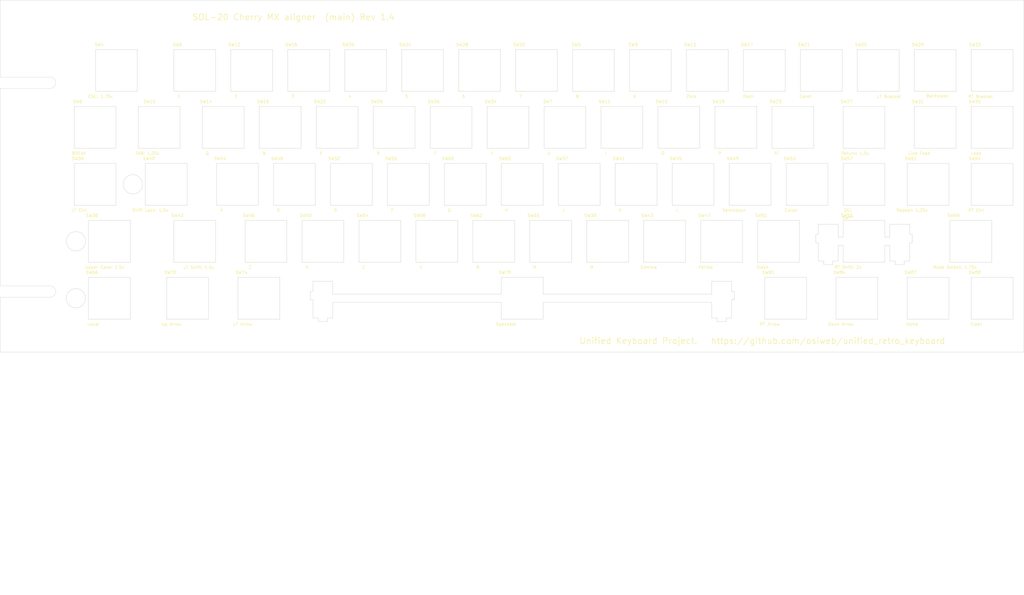
<source format=kicad_pcb>
(kicad_pcb (version 20171130) (host pcbnew "(5.1.5-0-10_14)")

  (general
    (thickness 1.6)
    (drawings 18)
    (tracks 0)
    (zones 0)
    (modules 75)
    (nets 1)
  )

  (page C)
  (title_block
    (title "Unified Retro Keyboard")
    (date 2019-08-25)
    (rev 1.1)
    (company OSIWeb.org)
    (comment 1 "Key aligner - Cherry (main)")
  )

  (layers
    (0 F.Cu signal)
    (31 B.Cu signal)
    (32 B.Adhes user)
    (33 F.Adhes user)
    (34 B.Paste user)
    (35 F.Paste user)
    (36 B.SilkS user)
    (37 F.SilkS user)
    (38 B.Mask user)
    (39 F.Mask user)
    (40 Dwgs.User user)
    (41 Cmts.User user)
    (42 Eco1.User user)
    (43 Eco2.User user)
    (44 Edge.Cuts user)
    (45 Margin user)
    (46 B.CrtYd user)
    (47 F.CrtYd user)
    (48 B.Fab user)
    (49 F.Fab user)
  )

  (setup
    (last_trace_width 0.254)
    (user_trace_width 0.254)
    (user_trace_width 0.508)
    (user_trace_width 1.27)
    (trace_clearance 0.2)
    (zone_clearance 0.508)
    (zone_45_only no)
    (trace_min 0.2)
    (via_size 0.8128)
    (via_drill 0.4064)
    (via_min_size 0.4)
    (via_min_drill 0.3)
    (user_via 1.27 0.7112)
    (uvia_size 0.3048)
    (uvia_drill 0.1016)
    (uvias_allowed no)
    (uvia_min_size 0.2)
    (uvia_min_drill 0.1)
    (edge_width 0.05)
    (segment_width 0.2)
    (pcb_text_width 0.3)
    (pcb_text_size 1.5 1.5)
    (mod_edge_width 0.12)
    (mod_text_size 1 1)
    (mod_text_width 0.15)
    (pad_size 3.81 3.81)
    (pad_drill 3.81)
    (pad_to_mask_clearance 0)
    (aux_axis_origin 61.4172 179.1081)
    (grid_origin 76.835 223.393)
    (visible_elements 7FFFEFFF)
    (pcbplotparams
      (layerselection 0x010fc_ffffffff)
      (usegerberextensions false)
      (usegerberattributes false)
      (usegerberadvancedattributes false)
      (creategerberjobfile false)
      (excludeedgelayer true)
      (linewidth 0.100000)
      (plotframeref false)
      (viasonmask false)
      (mode 1)
      (useauxorigin false)
      (hpglpennumber 1)
      (hpglpenspeed 20)
      (hpglpendiameter 15.000000)
      (psnegative false)
      (psa4output false)
      (plotreference true)
      (plotvalue true)
      (plotinvisibletext false)
      (padsonsilk false)
      (subtractmaskfromsilk false)
      (outputformat 1)
      (mirror false)
      (drillshape 0)
      (scaleselection 1)
      (outputdirectory "outputs"))
  )

  (net 0 "")

  (net_class Default "This is the default net class."
    (clearance 0.2)
    (trace_width 0.254)
    (via_dia 0.8128)
    (via_drill 0.4064)
    (uvia_dia 0.3048)
    (uvia_drill 0.1016)
    (diff_pair_width 0.2032)
    (diff_pair_gap 0.254)
  )

  (net_class power1 ""
    (clearance 0.254)
    (trace_width 1.27)
    (via_dia 1.27)
    (via_drill 0.7112)
    (uvia_dia 0.3048)
    (uvia_drill 0.1016)
    (diff_pair_width 0.2032)
    (diff_pair_gap 0.254)
  )

  (net_class signal ""
    (clearance 0.2032)
    (trace_width 0.254)
    (via_dia 0.8128)
    (via_drill 0.4064)
    (uvia_dia 0.3048)
    (uvia_drill 0.1016)
    (diff_pair_width 0.2032)
    (diff_pair_gap 0.254)
  )

  (module unikbd:MX_2u_aligner locked (layer F.Cu) (tedit 5E8CCCF3) (tstamp 5E12D3B8)
    (at 365.75238 187.74156)
    (path /5BC3E99D/5BC6D0C2)
    (fp_text reference SW55 (at -5.7912 -8.6106) (layer F.SilkS)
      (effects (font (size 1 1) (thickness 0.15)))
    )
    (fp_text value "RT Shift: 2x" (at -5.334 8.6614) (layer F.SilkS)
      (effects (font (size 1 1) (thickness 0.15)))
    )
    (fp_line (start 6.985 1.397) (end 8.6106 1.397) (layer Edge.Cuts) (width 0.12))
    (fp_line (start 6.985 -1.397) (end 8.6106 -1.397) (layer Edge.Cuts) (width 0.12))
    (fp_line (start -8.6106 -1.397) (end -6.985 -1.397) (layer Edge.Cuts) (width 0.12))
    (fp_line (start -8.6106 1.397) (end -6.985 1.397) (layer Edge.Cuts) (width 0.12))
    (fp_text user SW** (at -5.334 -7.874) (layer F.SilkS)
      (effects (font (size 1 1) (thickness 0.15)))
    )
    (fp_text user MX_space_aligner (at -0.6096 7.9248) (layer B.Fab)
      (effects (font (size 1 1) (thickness 0.15)))
    )
    (fp_line (start 15.2654 -5.6896) (end 15.2654 -2.286) (layer Edge.Cuts) (width 0.12))
    (fp_line (start 15.2654 -2.286) (end 16.129 -2.286) (layer Edge.Cuts) (width 0.12))
    (fp_line (start 16.129 -2.286) (end 16.129 0.508) (layer Edge.Cuts) (width 0.12))
    (fp_line (start 16.129 0.508) (end 15.2654 0.508) (layer Edge.Cuts) (width 0.12))
    (fp_line (start 15.2654 0.508) (end 15.2654 6.604) (layer Edge.Cuts) (width 0.12))
    (fp_line (start 15.2654 6.604) (end 13.462 6.604) (layer Edge.Cuts) (width 0.12))
    (fp_line (start 13.462 6.604) (end 13.462 7.7724) (layer Edge.Cuts) (width 0.12))
    (fp_line (start 6.985 -6.985) (end 6.985 -1.397) (layer Edge.Cuts) (width 0.12))
    (fp_line (start 8.6106 -5.6896) (end 15.2654 -5.6896) (layer Edge.Cuts) (width 0.12))
    (fp_line (start 8.6106 -1.397) (end 8.6106 -5.6896) (layer Edge.Cuts) (width 0.12))
    (fp_line (start 13.462 7.7724) (end 10.414 7.7724) (layer Edge.Cuts) (width 0.12))
    (fp_line (start 10.414 7.7724) (end 10.414 6.604) (layer Edge.Cuts) (width 0.12))
    (fp_line (start 10.414 6.604) (end 8.6106 6.604) (layer Edge.Cuts) (width 0.12))
    (fp_line (start 8.6106 6.604) (end 8.6106 1.397) (layer Edge.Cuts) (width 0.12))
    (fp_line (start 6.985 1.397) (end 6.985 6.985) (layer Edge.Cuts) (width 0.12))
    (fp_line (start 6.985 6.985) (end -6.985 6.985) (layer Edge.Cuts) (width 0.12))
    (fp_line (start -6.985 6.985) (end -6.985 1.397) (layer Edge.Cuts) (width 0.12))
    (fp_line (start -8.6106 1.397) (end -8.6106 6.604) (layer Edge.Cuts) (width 0.12))
    (fp_line (start -8.6106 6.604) (end -10.414 6.604) (layer Edge.Cuts) (width 0.12))
    (fp_line (start -10.414 6.604) (end -10.414 7.7724) (layer Edge.Cuts) (width 0.12))
    (fp_line (start -10.414 7.7724) (end -13.462 7.7724) (layer Edge.Cuts) (width 0.12))
    (fp_line (start -13.462 7.7724) (end -13.462 6.604) (layer Edge.Cuts) (width 0.12))
    (fp_line (start -13.462 6.604) (end -15.2654 6.604) (layer Edge.Cuts) (width 0.12))
    (fp_line (start -15.2654 6.604) (end -15.2654 0.508) (layer Edge.Cuts) (width 0.12))
    (fp_line (start -15.2654 0.508) (end -16.129 0.508) (layer Edge.Cuts) (width 0.12))
    (fp_line (start -16.129 0.508) (end -16.129 -2.286) (layer Edge.Cuts) (width 0.12))
    (fp_line (start -16.129 -2.286) (end -15.2654 -2.286) (layer Edge.Cuts) (width 0.12))
    (fp_line (start -15.2654 -2.286) (end -15.2654 -5.6896) (layer Edge.Cuts) (width 0.12))
    (fp_line (start -15.2654 -5.6896) (end -8.6106 -5.6896) (layer Edge.Cuts) (width 0.12))
    (fp_line (start -8.6106 -5.6896) (end -8.6106 -1.397) (layer Edge.Cuts) (width 0.12))
    (fp_line (start -6.985 -1.397) (end -6.985 -6.985) (layer Edge.Cuts) (width 0.12))
    (fp_line (start -6.985 -6.985) (end 6.985 -6.985) (layer Edge.Cuts) (width 0.12))
  )

  (module unikbd:Key_MX_Aligner locked (layer F.Cu) (tedit 5E75767C) (tstamp 5E12D408)
    (at 401.47113 187.74156)
    (path /5BC3E99D/5BC6D0C9)
    (fp_text reference SW59 (at -5.7912 -8.6106) (layer F.SilkS)
      (effects (font (size 1 1) (thickness 0.15)))
    )
    (fp_text value "Mode Select: 1.75x" (at -5.334 8.6614) (layer F.SilkS)
      (effects (font (size 1 1) (thickness 0.15)))
    )
    (fp_line (start -6.985 -6.985) (end -6.985 6.985) (layer Edge.Cuts) (width 0.12))
    (fp_line (start 6.985 6.985) (end 6.985 -6.985) (layer Edge.Cuts) (width 0.12))
    (fp_line (start -6.985 -6.985) (end 6.985 -6.985) (layer Edge.Cuts) (width 0.12))
    (fp_line (start -6.985 6.985) (end 6.985 6.985) (layer Edge.Cuts) (width 0.12))
  )

  (module unikbd:Key_MX_Aligner locked (layer F.Cu) (tedit 5E75767C) (tstamp 5E12D458)
    (at 251.45238 168.69156)
    (path /5BC3E99D/5BC3FF70)
    (fp_text reference SW63 (at -5.7912 -8.6106) (layer F.SilkS)
      (effects (font (size 1 1) (thickness 0.15)))
    )
    (fp_text value H (at -5.334 8.6614) (layer F.SilkS)
      (effects (font (size 1 1) (thickness 0.15)))
    )
    (fp_line (start -6.985 -6.985) (end -6.985 6.985) (layer Edge.Cuts) (width 0.12))
    (fp_line (start 6.985 6.985) (end 6.985 -6.985) (layer Edge.Cuts) (width 0.12))
    (fp_line (start -6.985 -6.985) (end 6.985 -6.985) (layer Edge.Cuts) (width 0.12))
    (fp_line (start -6.985 6.985) (end 6.985 6.985) (layer Edge.Cuts) (width 0.12))
  )

  (module unikbd:Key_MX_Aligner locked (layer F.Cu) (tedit 5E75767C) (tstamp 5E12D41C)
    (at 232.40238 168.69156)
    (path /5BC3E99D/5BC3FF77)
    (fp_text reference SW60 (at -5.7912 -8.6106) (layer F.SilkS)
      (effects (font (size 1 1) (thickness 0.15)))
    )
    (fp_text value G (at -5.334 8.6614) (layer F.SilkS)
      (effects (font (size 1 1) (thickness 0.15)))
    )
    (fp_line (start -6.985 -6.985) (end -6.985 6.985) (layer Edge.Cuts) (width 0.12))
    (fp_line (start 6.985 6.985) (end 6.985 -6.985) (layer Edge.Cuts) (width 0.12))
    (fp_line (start -6.985 -6.985) (end 6.985 -6.985) (layer Edge.Cuts) (width 0.12))
    (fp_line (start -6.985 6.985) (end 6.985 6.985) (layer Edge.Cuts) (width 0.12))
  )

  (module unikbd:Key_MX_Aligner locked (layer F.Cu) (tedit 5E75767C) (tstamp 5E12D430)
    (at 387.18363 168.69156)
    (path /5BC3E99D/5BC6CD87)
    (fp_text reference SW61 (at -5.7912 -8.6106) (layer F.SilkS)
      (effects (font (size 1 1) (thickness 0.15)))
    )
    (fp_text value "Repeat: 1.25x" (at -5.334 8.6614) (layer F.SilkS)
      (effects (font (size 1 1) (thickness 0.15)))
    )
    (fp_line (start -6.985 -6.985) (end -6.985 6.985) (layer Edge.Cuts) (width 0.12))
    (fp_line (start 6.985 6.985) (end 6.985 -6.985) (layer Edge.Cuts) (width 0.12))
    (fp_line (start -6.985 -6.985) (end 6.985 -6.985) (layer Edge.Cuts) (width 0.12))
    (fp_line (start -6.985 6.985) (end 6.985 6.985) (layer Edge.Cuts) (width 0.12))
  )

  (module unikbd:Key_MX_Aligner locked (layer F.Cu) (tedit 5E75767C) (tstamp 5E12D3CC)
    (at 213.35238 168.69156)
    (path /5BC3E99D/5BC3FF69)
    (fp_text reference SW56 (at -5.7912 -8.6106) (layer F.SilkS)
      (effects (font (size 1 1) (thickness 0.15)))
    )
    (fp_text value F (at -5.334 8.6614) (layer F.SilkS)
      (effects (font (size 1 1) (thickness 0.15)))
    )
    (fp_line (start -6.985 -6.985) (end -6.985 6.985) (layer Edge.Cuts) (width 0.12))
    (fp_line (start 6.985 6.985) (end 6.985 -6.985) (layer Edge.Cuts) (width 0.12))
    (fp_line (start -6.985 -6.985) (end 6.985 -6.985) (layer Edge.Cuts) (width 0.12))
    (fp_line (start -6.985 6.985) (end 6.985 6.985) (layer Edge.Cuts) (width 0.12))
  )

  (module unikbd:Key_MX_Aligner locked (layer F.Cu) (tedit 5E75767C) (tstamp 5E12D46C)
    (at 408.61488 168.69156)
    (path /5BC3E99D/5BC6CD80)
    (fp_text reference SW64 (at -5.7912 -8.6106) (layer F.SilkS)
      (effects (font (size 1 1) (thickness 0.15)))
    )
    (fp_text value "RT Ctrl" (at -5.334 8.6614) (layer F.SilkS)
      (effects (font (size 1 1) (thickness 0.15)))
    )
    (fp_line (start -6.985 -6.985) (end -6.985 6.985) (layer Edge.Cuts) (width 0.12))
    (fp_line (start 6.985 6.985) (end 6.985 -6.985) (layer Edge.Cuts) (width 0.12))
    (fp_line (start -6.985 -6.985) (end 6.985 -6.985) (layer Edge.Cuts) (width 0.12))
    (fp_line (start -6.985 6.985) (end 6.985 6.985) (layer Edge.Cuts) (width 0.12))
  )

  (module unikbd:Key_MX_Aligner locked (layer F.Cu) (tedit 5E75767C) (tstamp 5E12D250)
    (at 270.50238 168.69156)
    (path /5BC3E99D/5E1BE11F)
    (fp_text reference SW37 (at -5.7912 -8.6106) (layer F.SilkS)
      (effects (font (size 1 1) (thickness 0.15)))
    )
    (fp_text value J (at -5.334 8.6614) (layer F.SilkS)
      (effects (font (size 1 1) (thickness 0.15)))
    )
    (fp_line (start -6.985 -6.985) (end -6.985 6.985) (layer Edge.Cuts) (width 0.12))
    (fp_line (start 6.985 6.985) (end 6.985 -6.985) (layer Edge.Cuts) (width 0.12))
    (fp_line (start -6.985 -6.985) (end 6.985 -6.985) (layer Edge.Cuts) (width 0.12))
    (fp_line (start -6.985 6.985) (end 6.985 6.985) (layer Edge.Cuts) (width 0.12))
  )

  (module unikbd:Key_MX_Aligner locked (layer F.Cu) (tedit 5E75767C) (tstamp 5E12D28C)
    (at 132.38988 168.69156)
    (path /5BC3E99D/5BC3FD26)
    (fp_text reference SW40 (at -5.7912 -8.6106) (layer F.SilkS)
      (effects (font (size 1 1) (thickness 0.15)))
    )
    (fp_text value "Shift Lock: 1.5x" (at -5.334 8.6614) (layer F.SilkS)
      (effects (font (size 1 1) (thickness 0.15)))
    )
    (fp_line (start -6.985 -6.985) (end -6.985 6.985) (layer Edge.Cuts) (width 0.12))
    (fp_line (start 6.985 6.985) (end 6.985 -6.985) (layer Edge.Cuts) (width 0.12))
    (fp_line (start -6.985 -6.985) (end 6.985 -6.985) (layer Edge.Cuts) (width 0.12))
    (fp_line (start -6.985 6.985) (end 6.985 6.985) (layer Edge.Cuts) (width 0.12))
  )

  (module unikbd:Key_MX_Aligner locked (layer F.Cu) (tedit 5E75767C) (tstamp 5E12D2A0)
    (at 289.55238 168.69156)
    (path /5BC3E99D/5BC6CD5D)
    (fp_text reference SW41 (at -5.7912 -8.6106) (layer F.SilkS)
      (effects (font (size 1 1) (thickness 0.15)))
    )
    (fp_text value K (at -5.334 8.6614) (layer F.SilkS)
      (effects (font (size 1 1) (thickness 0.15)))
    )
    (fp_line (start -6.985 -6.985) (end -6.985 6.985) (layer Edge.Cuts) (width 0.12))
    (fp_line (start 6.985 6.985) (end 6.985 -6.985) (layer Edge.Cuts) (width 0.12))
    (fp_line (start -6.985 -6.985) (end 6.985 -6.985) (layer Edge.Cuts) (width 0.12))
    (fp_line (start -6.985 6.985) (end 6.985 6.985) (layer Edge.Cuts) (width 0.12))
  )

  (module unikbd:Key_MX_Aligner locked (layer F.Cu) (tedit 5E75767C) (tstamp 5E12D2DC)
    (at 156.20238 168.69156)
    (path /5BC3E99D/5BC3FE57)
    (fp_text reference SW44 (at -5.7912 -8.6106) (layer F.SilkS)
      (effects (font (size 1 1) (thickness 0.15)))
    )
    (fp_text value A (at -5.334 8.6614) (layer F.SilkS)
      (effects (font (size 1 1) (thickness 0.15)))
    )
    (fp_line (start -6.985 -6.985) (end -6.985 6.985) (layer Edge.Cuts) (width 0.12))
    (fp_line (start 6.985 6.985) (end 6.985 -6.985) (layer Edge.Cuts) (width 0.12))
    (fp_line (start -6.985 -6.985) (end 6.985 -6.985) (layer Edge.Cuts) (width 0.12))
    (fp_line (start -6.985 6.985) (end 6.985 6.985) (layer Edge.Cuts) (width 0.12))
  )

  (module unikbd:Key_MX_Aligner locked (layer F.Cu) (tedit 5E75767C) (tstamp 5E12D2F0)
    (at 308.60238 168.69156)
    (path /5BC3E99D/5BC6CD6B)
    (fp_text reference SW45 (at -5.7912 -8.6106) (layer F.SilkS)
      (effects (font (size 1 1) (thickness 0.15)))
    )
    (fp_text value L (at -5.334 8.6614) (layer F.SilkS)
      (effects (font (size 1 1) (thickness 0.15)))
    )
    (fp_line (start -6.985 -6.985) (end -6.985 6.985) (layer Edge.Cuts) (width 0.12))
    (fp_line (start 6.985 6.985) (end 6.985 -6.985) (layer Edge.Cuts) (width 0.12))
    (fp_line (start -6.985 -6.985) (end 6.985 -6.985) (layer Edge.Cuts) (width 0.12))
    (fp_line (start -6.985 6.985) (end 6.985 6.985) (layer Edge.Cuts) (width 0.12))
  )

  (module unikbd:Key_MX_Aligner locked (layer F.Cu) (tedit 5E75767C) (tstamp 5E12D32C)
    (at 175.25238 168.69156)
    (path /5BC3E99D/5E1BE11D)
    (fp_text reference SW48 (at -5.7912 -8.6106) (layer F.SilkS)
      (effects (font (size 1 1) (thickness 0.15)))
    )
    (fp_text value S (at -5.334 8.6614) (layer F.SilkS)
      (effects (font (size 1 1) (thickness 0.15)))
    )
    (fp_line (start -6.985 -6.985) (end -6.985 6.985) (layer Edge.Cuts) (width 0.12))
    (fp_line (start 6.985 6.985) (end 6.985 -6.985) (layer Edge.Cuts) (width 0.12))
    (fp_line (start -6.985 -6.985) (end 6.985 -6.985) (layer Edge.Cuts) (width 0.12))
    (fp_line (start -6.985 6.985) (end 6.985 6.985) (layer Edge.Cuts) (width 0.12))
  )

  (module unikbd:Key_MX_Aligner locked (layer F.Cu) (tedit 5E75767C) (tstamp 5E12D340)
    (at 327.65238 168.69156)
    (path /5BC3E99D/5BC6CD64)
    (fp_text reference SW49 (at -5.7912 -8.6106) (layer F.SilkS)
      (effects (font (size 1 1) (thickness 0.15)))
    )
    (fp_text value Semicolon (at -5.334 8.6614) (layer F.SilkS)
      (effects (font (size 1 1) (thickness 0.15)))
    )
    (fp_line (start -6.985 -6.985) (end -6.985 6.985) (layer Edge.Cuts) (width 0.12))
    (fp_line (start 6.985 6.985) (end 6.985 -6.985) (layer Edge.Cuts) (width 0.12))
    (fp_line (start -6.985 -6.985) (end 6.985 -6.985) (layer Edge.Cuts) (width 0.12))
    (fp_line (start -6.985 6.985) (end 6.985 6.985) (layer Edge.Cuts) (width 0.12))
  )

  (module unikbd:Key_MX_Aligner locked (layer F.Cu) (tedit 5E75767C) (tstamp 5E12D37C)
    (at 194.30238 168.69156)
    (path /5BC3E99D/5E0AC938)
    (fp_text reference SW52 (at -5.7912 -8.6106) (layer F.SilkS)
      (effects (font (size 1 1) (thickness 0.15)))
    )
    (fp_text value D (at -5.334 8.6614) (layer F.SilkS)
      (effects (font (size 1 1) (thickness 0.15)))
    )
    (fp_line (start -6.985 -6.985) (end -6.985 6.985) (layer Edge.Cuts) (width 0.12))
    (fp_line (start 6.985 6.985) (end 6.985 -6.985) (layer Edge.Cuts) (width 0.12))
    (fp_line (start -6.985 -6.985) (end 6.985 -6.985) (layer Edge.Cuts) (width 0.12))
    (fp_line (start -6.985 6.985) (end 6.985 6.985) (layer Edge.Cuts) (width 0.12))
  )

  (module unikbd:Key_MX_Aligner locked (layer F.Cu) (tedit 5E75767C) (tstamp 5E12D390)
    (at 346.70238 168.69156)
    (path /5BC3E99D/5BC6CD72)
    (fp_text reference SW53 (at -5.7912 -8.6106) (layer F.SilkS)
      (effects (font (size 1 1) (thickness 0.15)))
    )
    (fp_text value Colon (at -5.334 8.6614) (layer F.SilkS)
      (effects (font (size 1 1) (thickness 0.15)))
    )
    (fp_line (start -6.985 -6.985) (end -6.985 6.985) (layer Edge.Cuts) (width 0.12))
    (fp_line (start 6.985 6.985) (end 6.985 -6.985) (layer Edge.Cuts) (width 0.12))
    (fp_line (start -6.985 -6.985) (end 6.985 -6.985) (layer Edge.Cuts) (width 0.12))
    (fp_line (start -6.985 6.985) (end 6.985 6.985) (layer Edge.Cuts) (width 0.12))
  )

  (module unikbd:Key_MX_Aligner locked (layer F.Cu) (tedit 5E75767C) (tstamp 5E12D3E0)
    (at 365.75238 168.69156)
    (path /5BC3E99D/5BC6CD79)
    (fp_text reference SW57 (at -5.7912 -8.6106) (layer F.SilkS)
      (effects (font (size 1 1) (thickness 0.15)))
    )
    (fp_text value DEL (at -5.334 8.6614) (layer F.SilkS)
      (effects (font (size 1 1) (thickness 0.15)))
    )
    (fp_line (start -6.985 -6.985) (end -6.985 6.985) (layer Edge.Cuts) (width 0.12))
    (fp_line (start 6.985 6.985) (end 6.985 -6.985) (layer Edge.Cuts) (width 0.12))
    (fp_line (start -6.985 -6.985) (end 6.985 -6.985) (layer Edge.Cuts) (width 0.12))
    (fp_line (start -6.985 6.985) (end 6.985 6.985) (layer Edge.Cuts) (width 0.12))
  )

  (module unikbd:Key_MX_Aligner locked (layer F.Cu) (tedit 5E75767C) (tstamp 5E12D3A4)
    (at 203.82738 187.74156)
    (path /5BC3E99D/5BC6CEF2)
    (fp_text reference SW54 (at -5.7912 -8.6106) (layer F.SilkS)
      (effects (font (size 1 1) (thickness 0.15)))
    )
    (fp_text value C (at -5.334 8.6614) (layer F.SilkS)
      (effects (font (size 1 1) (thickness 0.15)))
    )
    (fp_line (start -6.985 -6.985) (end -6.985 6.985) (layer Edge.Cuts) (width 0.12))
    (fp_line (start 6.985 6.985) (end 6.985 -6.985) (layer Edge.Cuts) (width 0.12))
    (fp_line (start -6.985 -6.985) (end 6.985 -6.985) (layer Edge.Cuts) (width 0.12))
    (fp_line (start -6.985 6.985) (end 6.985 6.985) (layer Edge.Cuts) (width 0.12))
  )

  (module unikbd:Key_MX_Aligner locked (layer F.Cu) (tedit 5E75767C) (tstamp 5E6EC726)
    (at 163.34613 206.79156)
    (path /5E16AC8E/5E1BE0F6)
    (fp_text reference SW74 (at -5.7912 -8.6106) (layer F.SilkS)
      (effects (font (size 1 1) (thickness 0.15)))
    )
    (fp_text value "LT Arrow" (at -5.334 8.6614) (layer F.SilkS)
      (effects (font (size 1 1) (thickness 0.15)))
    )
    (fp_line (start -6.985 -6.985) (end -6.985 6.985) (layer Edge.Cuts) (width 0.12))
    (fp_line (start 6.985 6.985) (end 6.985 -6.985) (layer Edge.Cuts) (width 0.12))
    (fp_line (start -6.985 -6.985) (end 6.985 -6.985) (layer Edge.Cuts) (width 0.12))
    (fp_line (start -6.985 6.985) (end 6.985 6.985) (layer Edge.Cuts) (width 0.12))
  )

  (module unikbd:Key_MX_Aligner locked (layer F.Cu) (tedit 5E75767C) (tstamp 5E12D1C4)
    (at 227.63988 149.64156)
    (path /5BC3EA0A/5BCAF420)
    (fp_text reference SW30 (at -5.7912 -8.6106) (layer F.SilkS)
      (effects (font (size 1 1) (thickness 0.15)))
    )
    (fp_text value T (at -5.334 8.6614) (layer F.SilkS)
      (effects (font (size 1 1) (thickness 0.15)))
    )
    (fp_line (start -6.985 -6.985) (end -6.985 6.985) (layer Edge.Cuts) (width 0.12))
    (fp_line (start 6.985 6.985) (end 6.985 -6.985) (layer Edge.Cuts) (width 0.12))
    (fp_line (start -6.985 -6.985) (end 6.985 -6.985) (layer Edge.Cuts) (width 0.12))
    (fp_line (start -6.985 6.985) (end 6.985 6.985) (layer Edge.Cuts) (width 0.12))
  )

  (module unikbd:Key_MX_Aligner locked (layer F.Cu) (tedit 5E75767C) (tstamp 5E12D64C)
    (at 408.61488 206.79156)
    (path /5E16AC8E/5E1BE0F8)
    (fp_text reference SW88 (at -5.7912 -8.6106) (layer F.SilkS)
      (effects (font (size 1 1) (thickness 0.15)))
    )
    (fp_text value Clear (at -5.334 8.6614) (layer F.SilkS)
      (effects (font (size 1 1) (thickness 0.15)))
    )
    (fp_line (start -6.985 -6.985) (end -6.985 6.985) (layer Edge.Cuts) (width 0.12))
    (fp_line (start 6.985 6.985) (end 6.985 -6.985) (layer Edge.Cuts) (width 0.12))
    (fp_line (start -6.985 -6.985) (end 6.985 -6.985) (layer Edge.Cuts) (width 0.12))
    (fp_line (start -6.985 6.985) (end 6.985 6.985) (layer Edge.Cuts) (width 0.12))
  )

  (module unikbd:Key_MX_Aligner locked (layer F.Cu) (tedit 5E75767C) (tstamp 5E12D638)
    (at 387.18363 206.79156)
    (path /5E16AC8E/5E1BE0F9)
    (fp_text reference SW87 (at -5.7912 -8.6106) (layer F.SilkS)
      (effects (font (size 1 1) (thickness 0.15)))
    )
    (fp_text value Home (at -5.334 8.6614) (layer F.SilkS)
      (effects (font (size 1 1) (thickness 0.15)))
    )
    (fp_line (start -6.985 -6.985) (end -6.985 6.985) (layer Edge.Cuts) (width 0.12))
    (fp_line (start 6.985 6.985) (end 6.985 -6.985) (layer Edge.Cuts) (width 0.12))
    (fp_line (start -6.985 -6.985) (end 6.985 -6.985) (layer Edge.Cuts) (width 0.12))
    (fp_line (start -6.985 6.985) (end 6.985 6.985) (layer Edge.Cuts) (width 0.12))
  )

  (module unikbd:Key_MX_Aligner locked (layer F.Cu) (tedit 5E75767C) (tstamp 5E12D5FC)
    (at 363.37113 206.79156)
    (path /5E16AC8E/5E1BE0F7)
    (fp_text reference SW84 (at -5.7912 -8.6106) (layer F.SilkS)
      (effects (font (size 1 1) (thickness 0.15)))
    )
    (fp_text value "Down Arrow" (at -5.334 8.6614) (layer F.SilkS)
      (effects (font (size 1 1) (thickness 0.15)))
    )
    (fp_line (start -6.985 -6.985) (end -6.985 6.985) (layer Edge.Cuts) (width 0.12))
    (fp_line (start 6.985 6.985) (end 6.985 -6.985) (layer Edge.Cuts) (width 0.12))
    (fp_line (start -6.985 -6.985) (end 6.985 -6.985) (layer Edge.Cuts) (width 0.12))
    (fp_line (start -6.985 6.985) (end 6.985 6.985) (layer Edge.Cuts) (width 0.12))
  )

  (module unikbd:Key_MX_Aligner locked (layer F.Cu) (tedit 5E75767C) (tstamp 5E10B4C4)
    (at 339.55863 206.79156)
    (path /5E16AC8E/5E1BE119)
    (fp_text reference SW81 (at -5.7912 -8.6106) (layer F.SilkS)
      (effects (font (size 1 1) (thickness 0.15)))
    )
    (fp_text value "RT Arrow" (at -5.334 8.6614) (layer F.SilkS)
      (effects (font (size 1 1) (thickness 0.15)))
    )
    (fp_line (start -6.985 -6.985) (end -6.985 6.985) (layer Edge.Cuts) (width 0.12))
    (fp_line (start 6.985 6.985) (end 6.985 -6.985) (layer Edge.Cuts) (width 0.12))
    (fp_line (start -6.985 -6.985) (end 6.985 -6.985) (layer Edge.Cuts) (width 0.12))
    (fp_line (start -6.985 6.985) (end 6.985 6.985) (layer Edge.Cuts) (width 0.12))
  )

  (module unikbd:Key_MX_Aligner locked (layer F.Cu) (tedit 5E75767C) (tstamp 5E12D4E4)
    (at 139.53363 206.79156)
    (path /5E16AC8E/5E1BE0F5)
    (fp_text reference SW70 (at -5.7912 -8.6106) (layer F.SilkS)
      (effects (font (size 1 1) (thickness 0.15)))
    )
    (fp_text value "Up Arrow" (at -5.334 8.6614) (layer F.SilkS)
      (effects (font (size 1 1) (thickness 0.15)))
    )
    (fp_line (start -6.985 -6.985) (end -6.985 6.985) (layer Edge.Cuts) (width 0.12))
    (fp_line (start 6.985 6.985) (end 6.985 -6.985) (layer Edge.Cuts) (width 0.12))
    (fp_line (start -6.985 -6.985) (end 6.985 -6.985) (layer Edge.Cuts) (width 0.12))
    (fp_line (start -6.985 6.985) (end 6.985 6.985) (layer Edge.Cuts) (width 0.12))
  )

  (module unikbd:Key_MX_Aligner locked (layer F.Cu) (tedit 5E75767C) (tstamp 5E12D494)
    (at 113.33988 206.79156)
    (path /5E16AC8E/5E12EFC1)
    (fp_text reference SW66 (at -5.7912 -8.6106) (layer F.SilkS)
      (effects (font (size 1 1) (thickness 0.15)))
    )
    (fp_text value Local (at -5.334 8.6614) (layer F.SilkS)
      (effects (font (size 1 1) (thickness 0.15)))
    )
    (fp_line (start -6.985 -6.985) (end -6.985 6.985) (layer Edge.Cuts) (width 0.12))
    (fp_line (start 6.985 6.985) (end 6.985 -6.985) (layer Edge.Cuts) (width 0.12))
    (fp_line (start -6.985 -6.985) (end 6.985 -6.985) (layer Edge.Cuts) (width 0.12))
    (fp_line (start -6.985 6.985) (end 6.985 6.985) (layer Edge.Cuts) (width 0.12))
  )

  (module unikbd:Key_MX_Aligner locked (layer F.Cu) (tedit 5E75767C) (tstamp 5E12D480)
    (at 260.97738 187.74156)
    (path /5BC3E99D/5BC6CF00)
    (fp_text reference SW65 (at -5.7912 -8.6106) (layer F.SilkS)
      (effects (font (size 1 1) (thickness 0.15)))
    )
    (fp_text value N (at -5.334 8.6614) (layer F.SilkS)
      (effects (font (size 1 1) (thickness 0.15)))
    )
    (fp_line (start -6.985 -6.985) (end -6.985 6.985) (layer Edge.Cuts) (width 0.12))
    (fp_line (start 6.985 6.985) (end 6.985 -6.985) (layer Edge.Cuts) (width 0.12))
    (fp_line (start -6.985 -6.985) (end 6.985 -6.985) (layer Edge.Cuts) (width 0.12))
    (fp_line (start -6.985 6.985) (end 6.985 6.985) (layer Edge.Cuts) (width 0.12))
  )

  (module unikbd:Key_MX_Aligner locked (layer F.Cu) (tedit 5E75767C) (tstamp 5E12D444)
    (at 241.92738 187.74156)
    (path /5BC3E99D/5BC6CF07)
    (fp_text reference SW62 (at -5.7912 -8.6106) (layer F.SilkS)
      (effects (font (size 1 1) (thickness 0.15)))
    )
    (fp_text value B (at -5.334 8.6614) (layer F.SilkS)
      (effects (font (size 1 1) (thickness 0.15)))
    )
    (fp_line (start -6.985 -6.985) (end -6.985 6.985) (layer Edge.Cuts) (width 0.12))
    (fp_line (start 6.985 6.985) (end 6.985 -6.985) (layer Edge.Cuts) (width 0.12))
    (fp_line (start -6.985 -6.985) (end 6.985 -6.985) (layer Edge.Cuts) (width 0.12))
    (fp_line (start -6.985 6.985) (end 6.985 6.985) (layer Edge.Cuts) (width 0.12))
  )

  (module unikbd:Key_MX_Aligner locked (layer F.Cu) (tedit 5E75767C) (tstamp 5E12D3F4)
    (at 222.87738 187.74156)
    (path /5BC3E99D/5BC6CEF9)
    (fp_text reference SW58 (at -5.7912 -8.6106) (layer F.SilkS)
      (effects (font (size 1 1) (thickness 0.15)))
    )
    (fp_text value V (at -5.334 8.6614) (layer F.SilkS)
      (effects (font (size 1 1) (thickness 0.15)))
    )
    (fp_line (start -6.985 -6.985) (end -6.985 6.985) (layer Edge.Cuts) (width 0.12))
    (fp_line (start 6.985 6.985) (end 6.985 -6.985) (layer Edge.Cuts) (width 0.12))
    (fp_line (start -6.985 -6.985) (end 6.985 -6.985) (layer Edge.Cuts) (width 0.12))
    (fp_line (start -6.985 6.985) (end 6.985 6.985) (layer Edge.Cuts) (width 0.12))
  )

  (module unikbd:Key_MX_Aligner locked (layer F.Cu) (tedit 5E75767C) (tstamp 5E12D368)
    (at 337.17738 187.74156)
    (path /5BC3E99D/5BC6D0B4)
    (fp_text reference SW51 (at -5.7912 -8.6106) (layer F.SilkS)
      (effects (font (size 1 1) (thickness 0.15)))
    )
    (fp_text value Slash (at -5.334 8.6614) (layer F.SilkS)
      (effects (font (size 1 1) (thickness 0.15)))
    )
    (fp_line (start -6.985 -6.985) (end -6.985 6.985) (layer Edge.Cuts) (width 0.12))
    (fp_line (start 6.985 6.985) (end 6.985 -6.985) (layer Edge.Cuts) (width 0.12))
    (fp_line (start -6.985 -6.985) (end 6.985 -6.985) (layer Edge.Cuts) (width 0.12))
    (fp_line (start -6.985 6.985) (end 6.985 6.985) (layer Edge.Cuts) (width 0.12))
  )

  (module unikbd:Key_MX_Aligner locked (layer F.Cu) (tedit 5E75767C) (tstamp 5E12D354)
    (at 184.77738 187.74156)
    (path /5BC3E99D/5BC6CEE4)
    (fp_text reference SW50 (at -5.7912 -8.6106) (layer F.SilkS)
      (effects (font (size 1 1) (thickness 0.15)))
    )
    (fp_text value X (at -5.334 8.6614) (layer F.SilkS)
      (effects (font (size 1 1) (thickness 0.15)))
    )
    (fp_line (start -6.985 -6.985) (end -6.985 6.985) (layer Edge.Cuts) (width 0.12))
    (fp_line (start 6.985 6.985) (end 6.985 -6.985) (layer Edge.Cuts) (width 0.12))
    (fp_line (start -6.985 -6.985) (end 6.985 -6.985) (layer Edge.Cuts) (width 0.12))
    (fp_line (start -6.985 6.985) (end 6.985 6.985) (layer Edge.Cuts) (width 0.12))
  )

  (module unikbd:Key_MX_Aligner locked (layer F.Cu) (tedit 5E75767C) (tstamp 5E12D318)
    (at 318.12738 187.74156)
    (path /5BC3E99D/5BC6D0BB)
    (fp_text reference SW47 (at -5.7912 -8.6106) (layer F.SilkS)
      (effects (font (size 1 1) (thickness 0.15)))
    )
    (fp_text value Period (at -5.334 8.6614) (layer F.SilkS)
      (effects (font (size 1 1) (thickness 0.15)))
    )
    (fp_line (start -6.985 -6.985) (end -6.985 6.985) (layer Edge.Cuts) (width 0.12))
    (fp_line (start 6.985 6.985) (end 6.985 -6.985) (layer Edge.Cuts) (width 0.12))
    (fp_line (start -6.985 -6.985) (end 6.985 -6.985) (layer Edge.Cuts) (width 0.12))
    (fp_line (start -6.985 6.985) (end 6.985 6.985) (layer Edge.Cuts) (width 0.12))
  )

  (module unikbd:Key_MX_Aligner locked (layer F.Cu) (tedit 5E75767C) (tstamp 5E12D304)
    (at 165.72738 187.74156)
    (path /5BC3E99D/5BC6CEEB)
    (fp_text reference SW46 (at -5.7912 -8.6106) (layer F.SilkS)
      (effects (font (size 1 1) (thickness 0.15)))
    )
    (fp_text value Z (at -5.334 8.6614) (layer F.SilkS)
      (effects (font (size 1 1) (thickness 0.15)))
    )
    (fp_line (start -6.985 -6.985) (end -6.985 6.985) (layer Edge.Cuts) (width 0.12))
    (fp_line (start 6.985 6.985) (end 6.985 -6.985) (layer Edge.Cuts) (width 0.12))
    (fp_line (start -6.985 -6.985) (end 6.985 -6.985) (layer Edge.Cuts) (width 0.12))
    (fp_line (start -6.985 6.985) (end 6.985 6.985) (layer Edge.Cuts) (width 0.12))
  )

  (module unikbd:Key_MX_Aligner locked (layer F.Cu) (tedit 5E75767C) (tstamp 5E12D2C8)
    (at 299.07738 187.74156)
    (path /5BC3E99D/5E1BE115)
    (fp_text reference SW43 (at -5.7912 -8.6106) (layer F.SilkS)
      (effects (font (size 1 1) (thickness 0.15)))
    )
    (fp_text value Comma (at -5.334 8.6614) (layer F.SilkS)
      (effects (font (size 1 1) (thickness 0.15)))
    )
    (fp_line (start -6.985 -6.985) (end -6.985 6.985) (layer Edge.Cuts) (width 0.12))
    (fp_line (start 6.985 6.985) (end 6.985 -6.985) (layer Edge.Cuts) (width 0.12))
    (fp_line (start -6.985 -6.985) (end 6.985 -6.985) (layer Edge.Cuts) (width 0.12))
    (fp_line (start -6.985 6.985) (end 6.985 6.985) (layer Edge.Cuts) (width 0.12))
  )

  (module unikbd:Key_MX_Aligner locked (layer F.Cu) (tedit 5E75767C) (tstamp 5E10B192)
    (at 141.91488 187.74156)
    (path /5BC3E99D/5BC6CEDD)
    (fp_text reference SW42 (at -5.7912 -8.6106) (layer F.SilkS)
      (effects (font (size 1 1) (thickness 0.15)))
    )
    (fp_text value "LT Shift: 1.5x" (at 1.36652 8.75284) (layer F.SilkS)
      (effects (font (size 1 1) (thickness 0.15)))
    )
    (fp_line (start -6.985 -6.985) (end -6.985 6.985) (layer Edge.Cuts) (width 0.12))
    (fp_line (start 6.985 6.985) (end 6.985 -6.985) (layer Edge.Cuts) (width 0.12))
    (fp_line (start -6.985 -6.985) (end 6.985 -6.985) (layer Edge.Cuts) (width 0.12))
    (fp_line (start -6.985 6.985) (end 6.985 6.985) (layer Edge.Cuts) (width 0.12))
  )

  (module unikbd:Key_MX_Aligner locked (layer F.Cu) (tedit 5E75767C) (tstamp 5E12D264)
    (at 113.33988 187.74156)
    (path /5BC3E99D/5BC6CED6)
    (fp_text reference SW38 (at -5.7912 -8.6106) (layer F.SilkS)
      (effects (font (size 1 1) (thickness 0.15)))
    )
    (fp_text value "Upper Case: 1.5x" (at -1.55448 8.6614) (layer F.SilkS)
      (effects (font (size 1 1) (thickness 0.15)))
    )
    (fp_line (start -6.985 -6.985) (end -6.985 6.985) (layer Edge.Cuts) (width 0.12))
    (fp_line (start 6.985 6.985) (end 6.985 -6.985) (layer Edge.Cuts) (width 0.12))
    (fp_line (start -6.985 -6.985) (end 6.985 -6.985) (layer Edge.Cuts) (width 0.12))
    (fp_line (start -6.985 6.985) (end 6.985 6.985) (layer Edge.Cuts) (width 0.12))
  )

  (module unikbd:Key_MX_Aligner locked (layer F.Cu) (tedit 5E75767C) (tstamp 5E12D23C)
    (at 108.57738 168.69156)
    (path /5BC3E99D/5E1BE11B)
    (fp_text reference SW36 (at -5.7912 -8.6106) (layer F.SilkS)
      (effects (font (size 1 1) (thickness 0.15)))
    )
    (fp_text value "LT Ctrl" (at -5.334 8.6614) (layer F.SilkS)
      (effects (font (size 1 1) (thickness 0.15)))
    )
    (fp_line (start -6.985 -6.985) (end -6.985 6.985) (layer Edge.Cuts) (width 0.12))
    (fp_line (start 6.985 6.985) (end 6.985 -6.985) (layer Edge.Cuts) (width 0.12))
    (fp_line (start -6.985 -6.985) (end 6.985 -6.985) (layer Edge.Cuts) (width 0.12))
    (fp_line (start -6.985 6.985) (end 6.985 6.985) (layer Edge.Cuts) (width 0.12))
  )

  (module unikbd:Key_MX_Aligner locked (layer F.Cu) (tedit 5E75767C) (tstamp 5E12D228)
    (at 408.61488 149.64156)
    (path /5BC3EA0A/5BCAF489)
    (fp_text reference SW35 (at -5.7912 -8.6106) (layer F.SilkS)
      (effects (font (size 1 1) (thickness 0.15)))
    )
    (fp_text value Load (at -5.334 8.6614) (layer F.SilkS)
      (effects (font (size 1 1) (thickness 0.15)))
    )
    (fp_line (start -6.985 -6.985) (end -6.985 6.985) (layer Edge.Cuts) (width 0.12))
    (fp_line (start 6.985 6.985) (end 6.985 -6.985) (layer Edge.Cuts) (width 0.12))
    (fp_line (start -6.985 -6.985) (end 6.985 -6.985) (layer Edge.Cuts) (width 0.12))
    (fp_line (start -6.985 6.985) (end 6.985 6.985) (layer Edge.Cuts) (width 0.12))
  )

  (module unikbd:Key_MX_Aligner locked (layer F.Cu) (tedit 5E75767C) (tstamp 5E12D214)
    (at 246.68988 149.64156)
    (path /5BC3EA0A/5BCAF419)
    (fp_text reference SW34 (at -5.7912 -8.6106) (layer F.SilkS)
      (effects (font (size 1 1) (thickness 0.15)))
    )
    (fp_text value Y (at -5.334 8.6614) (layer F.SilkS)
      (effects (font (size 1 1) (thickness 0.15)))
    )
    (fp_line (start -6.985 -6.985) (end -6.985 6.985) (layer Edge.Cuts) (width 0.12))
    (fp_line (start 6.985 6.985) (end 6.985 -6.985) (layer Edge.Cuts) (width 0.12))
    (fp_line (start -6.985 -6.985) (end 6.985 -6.985) (layer Edge.Cuts) (width 0.12))
    (fp_line (start -6.985 6.985) (end 6.985 6.985) (layer Edge.Cuts) (width 0.12))
  )

  (module unikbd:Key_MX_Aligner locked (layer F.Cu) (tedit 5E75767C) (tstamp 5E12D200)
    (at 408.61488 130.59156)
    (path /5BC3EA0A/5BCAF3A9)
    (fp_text reference SW33 (at -5.7912 -8.6106) (layer F.SilkS)
      (effects (font (size 1 1) (thickness 0.15)))
    )
    (fp_text value "RT Bracket" (at -3.90398 8.75284) (layer F.SilkS)
      (effects (font (size 1 1) (thickness 0.15)))
    )
    (fp_line (start -6.985 -6.985) (end -6.985 6.985) (layer Edge.Cuts) (width 0.12))
    (fp_line (start 6.985 6.985) (end 6.985 -6.985) (layer Edge.Cuts) (width 0.12))
    (fp_line (start -6.985 -6.985) (end 6.985 -6.985) (layer Edge.Cuts) (width 0.12))
    (fp_line (start -6.985 6.985) (end 6.985 6.985) (layer Edge.Cuts) (width 0.12))
  )

  (module unikbd:Key_MX_Aligner locked (layer F.Cu) (tedit 5E75767C) (tstamp 5E12D1EC)
    (at 256.21488 130.59156)
    (path /5BC3EA0A/5BCAF339)
    (fp_text reference SW32 (at -5.7912 -8.6106) (layer F.SilkS)
      (effects (font (size 1 1) (thickness 0.15)))
    )
    (fp_text value 7 (at -5.334 8.6614) (layer F.SilkS)
      (effects (font (size 1 1) (thickness 0.15)))
    )
    (fp_line (start -6.985 -6.985) (end -6.985 6.985) (layer Edge.Cuts) (width 0.12))
    (fp_line (start 6.985 6.985) (end 6.985 -6.985) (layer Edge.Cuts) (width 0.12))
    (fp_line (start -6.985 -6.985) (end 6.985 -6.985) (layer Edge.Cuts) (width 0.12))
    (fp_line (start -6.985 6.985) (end 6.985 6.985) (layer Edge.Cuts) (width 0.12))
  )

  (module unikbd:Key_MX_Aligner locked (layer F.Cu) (tedit 5E75767C) (tstamp 5E12D1D8)
    (at 389.56488 149.64156)
    (path /5BC3EA0A/5BCAF490)
    (fp_text reference SW31 (at -5.7912 -8.6106) (layer F.SilkS)
      (effects (font (size 1 1) (thickness 0.15)))
    )
    (fp_text value "Line Feed" (at -5.334 8.6614) (layer F.SilkS)
      (effects (font (size 1 1) (thickness 0.15)))
    )
    (fp_line (start -6.985 -6.985) (end -6.985 6.985) (layer Edge.Cuts) (width 0.12))
    (fp_line (start 6.985 6.985) (end 6.985 -6.985) (layer Edge.Cuts) (width 0.12))
    (fp_line (start -6.985 -6.985) (end 6.985 -6.985) (layer Edge.Cuts) (width 0.12))
    (fp_line (start -6.985 6.985) (end 6.985 6.985) (layer Edge.Cuts) (width 0.12))
  )

  (module unikbd:Key_MX_Aligner locked (layer F.Cu) (tedit 5E75767C) (tstamp 5E12D1B0)
    (at 389.56488 130.59156)
    (path /5BC3EA0A/5BCAF3B0)
    (fp_text reference SW29 (at -5.7912 -8.6106) (layer F.SilkS)
      (effects (font (size 1 1) (thickness 0.15)))
    )
    (fp_text value Backslash (at 0.79502 8.49884) (layer F.SilkS)
      (effects (font (size 1 1) (thickness 0.15)))
    )
    (fp_line (start -6.985 -6.985) (end -6.985 6.985) (layer Edge.Cuts) (width 0.12))
    (fp_line (start 6.985 6.985) (end 6.985 -6.985) (layer Edge.Cuts) (width 0.12))
    (fp_line (start -6.985 -6.985) (end 6.985 -6.985) (layer Edge.Cuts) (width 0.12))
    (fp_line (start -6.985 6.985) (end 6.985 6.985) (layer Edge.Cuts) (width 0.12))
  )

  (module unikbd:Key_MX_Aligner locked (layer F.Cu) (tedit 5E75767C) (tstamp 5E12D19C)
    (at 237.16488 130.59156)
    (path /5BC3EA0A/5BCAF340)
    (fp_text reference SW28 (at -5.7912 -8.6106) (layer F.SilkS)
      (effects (font (size 1 1) (thickness 0.15)))
    )
    (fp_text value 6 (at -5.334 8.6614) (layer F.SilkS)
      (effects (font (size 1 1) (thickness 0.15)))
    )
    (fp_line (start -6.985 -6.985) (end -6.985 6.985) (layer Edge.Cuts) (width 0.12))
    (fp_line (start 6.985 6.985) (end 6.985 -6.985) (layer Edge.Cuts) (width 0.12))
    (fp_line (start -6.985 -6.985) (end 6.985 -6.985) (layer Edge.Cuts) (width 0.12))
    (fp_line (start -6.985 6.985) (end 6.985 6.985) (layer Edge.Cuts) (width 0.12))
  )

  (module unikbd:Key_MX_Aligner locked (layer F.Cu) (tedit 5E75767C) (tstamp 5E12D188)
    (at 365.75238 149.64156)
    (path /5BC3EA0A/5BCAF482)
    (fp_text reference SW27 (at -5.7912 -8.6106) (layer F.SilkS)
      (effects (font (size 1 1) (thickness 0.15)))
    )
    (fp_text value "Return: 1.5x" (at -2.95148 8.6614) (layer F.SilkS)
      (effects (font (size 1 1) (thickness 0.15)))
    )
    (fp_line (start -6.985 -6.985) (end -6.985 6.985) (layer Edge.Cuts) (width 0.12))
    (fp_line (start 6.985 6.985) (end 6.985 -6.985) (layer Edge.Cuts) (width 0.12))
    (fp_line (start -6.985 -6.985) (end 6.985 -6.985) (layer Edge.Cuts) (width 0.12))
    (fp_line (start -6.985 6.985) (end 6.985 6.985) (layer Edge.Cuts) (width 0.12))
  )

  (module unikbd:Key_MX_Aligner locked (layer F.Cu) (tedit 5E75767C) (tstamp 5E12D174)
    (at 208.58988 149.64156)
    (path /5BC3EA0A/5BCAF412)
    (fp_text reference SW26 (at -5.7912 -8.6106) (layer F.SilkS)
      (effects (font (size 1 1) (thickness 0.15)))
    )
    (fp_text value R (at -5.334 8.6614) (layer F.SilkS)
      (effects (font (size 1 1) (thickness 0.15)))
    )
    (fp_line (start -6.985 -6.985) (end -6.985 6.985) (layer Edge.Cuts) (width 0.12))
    (fp_line (start 6.985 6.985) (end 6.985 -6.985) (layer Edge.Cuts) (width 0.12))
    (fp_line (start -6.985 -6.985) (end 6.985 -6.985) (layer Edge.Cuts) (width 0.12))
    (fp_line (start -6.985 6.985) (end 6.985 6.985) (layer Edge.Cuts) (width 0.12))
  )

  (module unikbd:Key_MX_Aligner locked (layer F.Cu) (tedit 5E75767C) (tstamp 5E12D160)
    (at 370.51488 130.59156)
    (path /5BC3EA0A/5BCAF3A2)
    (fp_text reference SW25 (at -5.7912 -8.6106) (layer F.SilkS)
      (effects (font (size 1 1) (thickness 0.15)))
    )
    (fp_text value "LT Bracket" (at 3.58902 8.75284) (layer F.SilkS)
      (effects (font (size 1 1) (thickness 0.15)))
    )
    (fp_line (start -6.985 -6.985) (end -6.985 6.985) (layer Edge.Cuts) (width 0.12))
    (fp_line (start 6.985 6.985) (end 6.985 -6.985) (layer Edge.Cuts) (width 0.12))
    (fp_line (start -6.985 -6.985) (end 6.985 -6.985) (layer Edge.Cuts) (width 0.12))
    (fp_line (start -6.985 6.985) (end 6.985 6.985) (layer Edge.Cuts) (width 0.12))
  )

  (module unikbd:Key_MX_Aligner locked (layer F.Cu) (tedit 5E75767C) (tstamp 5E12D14C)
    (at 218.11488 130.59156)
    (path /5BC3EA0A/5BCAF332)
    (fp_text reference SW24 (at -5.7912 -8.6106) (layer F.SilkS)
      (effects (font (size 1 1) (thickness 0.15)))
    )
    (fp_text value 5 (at -5.334 8.6614) (layer F.SilkS)
      (effects (font (size 1 1) (thickness 0.15)))
    )
    (fp_line (start -6.985 -6.985) (end -6.985 6.985) (layer Edge.Cuts) (width 0.12))
    (fp_line (start 6.985 6.985) (end 6.985 -6.985) (layer Edge.Cuts) (width 0.12))
    (fp_line (start -6.985 -6.985) (end 6.985 -6.985) (layer Edge.Cuts) (width 0.12))
    (fp_line (start -6.985 6.985) (end 6.985 6.985) (layer Edge.Cuts) (width 0.12))
  )

  (module unikbd:Key_MX_Aligner locked (layer F.Cu) (tedit 5E75767C) (tstamp 5E12D138)
    (at 341.93988 149.64156)
    (path /5BC3EA0A/5BCAF47B)
    (fp_text reference SW23 (at -5.7912 -8.6106) (layer F.SilkS)
      (effects (font (size 1 1) (thickness 0.15)))
    )
    (fp_text value AT (at -5.334 8.6614) (layer F.SilkS)
      (effects (font (size 1 1) (thickness 0.15)))
    )
    (fp_line (start -6.985 -6.985) (end -6.985 6.985) (layer Edge.Cuts) (width 0.12))
    (fp_line (start 6.985 6.985) (end 6.985 -6.985) (layer Edge.Cuts) (width 0.12))
    (fp_line (start -6.985 -6.985) (end 6.985 -6.985) (layer Edge.Cuts) (width 0.12))
    (fp_line (start -6.985 6.985) (end 6.985 6.985) (layer Edge.Cuts) (width 0.12))
  )

  (module unikbd:Key_MX_Aligner locked (layer F.Cu) (tedit 5E75767C) (tstamp 5E12D124)
    (at 189.53988 149.64156)
    (path /5BC3EA0A/5BCAF40B)
    (fp_text reference SW22 (at -5.7912 -8.6106) (layer F.SilkS)
      (effects (font (size 1 1) (thickness 0.15)))
    )
    (fp_text value E (at -5.334 8.6614) (layer F.SilkS)
      (effects (font (size 1 1) (thickness 0.15)))
    )
    (fp_line (start -6.985 -6.985) (end -6.985 6.985) (layer Edge.Cuts) (width 0.12))
    (fp_line (start 6.985 6.985) (end 6.985 -6.985) (layer Edge.Cuts) (width 0.12))
    (fp_line (start -6.985 -6.985) (end 6.985 -6.985) (layer Edge.Cuts) (width 0.12))
    (fp_line (start -6.985 6.985) (end 6.985 6.985) (layer Edge.Cuts) (width 0.12))
  )

  (module unikbd:Key_MX_Aligner locked (layer F.Cu) (tedit 5E75767C) (tstamp 5E12D110)
    (at 351.46488 130.59156)
    (path /5BC3EA0A/5BCAF39B)
    (fp_text reference SW21 (at -5.7912 -8.6106) (layer F.SilkS)
      (effects (font (size 1 1) (thickness 0.15)))
    )
    (fp_text value Caret (at -5.334 8.6614) (layer F.SilkS)
      (effects (font (size 1 1) (thickness 0.15)))
    )
    (fp_line (start -6.985 -6.985) (end -6.985 6.985) (layer Edge.Cuts) (width 0.12))
    (fp_line (start 6.985 6.985) (end 6.985 -6.985) (layer Edge.Cuts) (width 0.12))
    (fp_line (start -6.985 -6.985) (end 6.985 -6.985) (layer Edge.Cuts) (width 0.12))
    (fp_line (start -6.985 6.985) (end 6.985 6.985) (layer Edge.Cuts) (width 0.12))
  )

  (module unikbd:Key_MX_Aligner locked (layer F.Cu) (tedit 5E75767C) (tstamp 5E12D0FC)
    (at 199.06488 130.59156)
    (path /5BC3EA0A/5BCAF32B)
    (fp_text reference SW20 (at -5.7912 -8.6106) (layer F.SilkS)
      (effects (font (size 1 1) (thickness 0.15)))
    )
    (fp_text value 4 (at -5.334 8.6614) (layer F.SilkS)
      (effects (font (size 1 1) (thickness 0.15)))
    )
    (fp_line (start -6.985 -6.985) (end -6.985 6.985) (layer Edge.Cuts) (width 0.12))
    (fp_line (start 6.985 6.985) (end 6.985 -6.985) (layer Edge.Cuts) (width 0.12))
    (fp_line (start -6.985 -6.985) (end 6.985 -6.985) (layer Edge.Cuts) (width 0.12))
    (fp_line (start -6.985 6.985) (end 6.985 6.985) (layer Edge.Cuts) (width 0.12))
  )

  (module unikbd:Key_MX_Aligner locked (layer F.Cu) (tedit 5E75767C) (tstamp 5E12D0E8)
    (at 322.88988 149.64156)
    (path /5BC3EA0A/5BCAF46D)
    (fp_text reference SW19 (at -5.7912 -8.6106) (layer F.SilkS)
      (effects (font (size 1 1) (thickness 0.15)))
    )
    (fp_text value P (at -5.334 8.6614) (layer F.SilkS)
      (effects (font (size 1 1) (thickness 0.15)))
    )
    (fp_line (start -6.985 -6.985) (end -6.985 6.985) (layer Edge.Cuts) (width 0.12))
    (fp_line (start 6.985 6.985) (end 6.985 -6.985) (layer Edge.Cuts) (width 0.12))
    (fp_line (start -6.985 -6.985) (end 6.985 -6.985) (layer Edge.Cuts) (width 0.12))
    (fp_line (start -6.985 6.985) (end 6.985 6.985) (layer Edge.Cuts) (width 0.12))
  )

  (module unikbd:Key_MX_Aligner locked (layer F.Cu) (tedit 5E75767C) (tstamp 5E12D0D4)
    (at 170.48988 149.64156)
    (path /5BC3EA0A/5BCAF3FD)
    (fp_text reference SW18 (at -5.7912 -8.6106) (layer F.SilkS)
      (effects (font (size 1 1) (thickness 0.15)))
    )
    (fp_text value W (at -5.334 8.6614) (layer F.SilkS)
      (effects (font (size 1 1) (thickness 0.15)))
    )
    (fp_line (start -6.985 -6.985) (end -6.985 6.985) (layer Edge.Cuts) (width 0.12))
    (fp_line (start 6.985 6.985) (end 6.985 -6.985) (layer Edge.Cuts) (width 0.12))
    (fp_line (start -6.985 -6.985) (end 6.985 -6.985) (layer Edge.Cuts) (width 0.12))
    (fp_line (start -6.985 6.985) (end 6.985 6.985) (layer Edge.Cuts) (width 0.12))
  )

  (module unikbd:Key_MX_Aligner locked (layer F.Cu) (tedit 5E75767C) (tstamp 5E12D0C0)
    (at 332.41488 130.59156)
    (path /5BC3EA0A/5BCAF38D)
    (fp_text reference SW17 (at -5.7912 -8.6106) (layer F.SilkS)
      (effects (font (size 1 1) (thickness 0.15)))
    )
    (fp_text value Dash (at -5.334 8.6614) (layer F.SilkS)
      (effects (font (size 1 1) (thickness 0.15)))
    )
    (fp_line (start -6.985 -6.985) (end -6.985 6.985) (layer Edge.Cuts) (width 0.12))
    (fp_line (start 6.985 6.985) (end 6.985 -6.985) (layer Edge.Cuts) (width 0.12))
    (fp_line (start -6.985 -6.985) (end 6.985 -6.985) (layer Edge.Cuts) (width 0.12))
    (fp_line (start -6.985 6.985) (end 6.985 6.985) (layer Edge.Cuts) (width 0.12))
  )

  (module unikbd:Key_MX_Aligner locked (layer F.Cu) (tedit 5E75767C) (tstamp 5E12D0AC)
    (at 180.01488 130.59156)
    (path /5BC3EA0A/5BCAF31D)
    (fp_text reference SW16 (at -5.7912 -8.6106) (layer F.SilkS)
      (effects (font (size 1 1) (thickness 0.15)))
    )
    (fp_text value 3 (at -5.334 8.6614) (layer F.SilkS)
      (effects (font (size 1 1) (thickness 0.15)))
    )
    (fp_line (start -6.985 -6.985) (end -6.985 6.985) (layer Edge.Cuts) (width 0.12))
    (fp_line (start 6.985 6.985) (end 6.985 -6.985) (layer Edge.Cuts) (width 0.12))
    (fp_line (start -6.985 -6.985) (end 6.985 -6.985) (layer Edge.Cuts) (width 0.12))
    (fp_line (start -6.985 6.985) (end 6.985 6.985) (layer Edge.Cuts) (width 0.12))
  )

  (module unikbd:Key_MX_Aligner locked (layer F.Cu) (tedit 5E75767C) (tstamp 5E12D098)
    (at 303.83988 149.64156)
    (path /5BC3EA0A/5BCAF474)
    (fp_text reference SW15 (at -5.7912 -8.6106) (layer F.SilkS)
      (effects (font (size 1 1) (thickness 0.15)))
    )
    (fp_text value O (at -5.334 8.6614) (layer F.SilkS)
      (effects (font (size 1 1) (thickness 0.15)))
    )
    (fp_line (start -6.985 -6.985) (end -6.985 6.985) (layer Edge.Cuts) (width 0.12))
    (fp_line (start 6.985 6.985) (end 6.985 -6.985) (layer Edge.Cuts) (width 0.12))
    (fp_line (start -6.985 -6.985) (end 6.985 -6.985) (layer Edge.Cuts) (width 0.12))
    (fp_line (start -6.985 6.985) (end 6.985 6.985) (layer Edge.Cuts) (width 0.12))
  )

  (module unikbd:Key_MX_Aligner locked (layer F.Cu) (tedit 5E75767C) (tstamp 5E12D084)
    (at 151.43988 149.64156)
    (path /5BC3EA0A/5BCAF404)
    (fp_text reference SW14 (at -5.7912 -8.6106) (layer F.SilkS)
      (effects (font (size 1 1) (thickness 0.15)))
    )
    (fp_text value Q (at -5.334 8.6614) (layer F.SilkS)
      (effects (font (size 1 1) (thickness 0.15)))
    )
    (fp_line (start -6.985 -6.985) (end -6.985 6.985) (layer Edge.Cuts) (width 0.12))
    (fp_line (start 6.985 6.985) (end 6.985 -6.985) (layer Edge.Cuts) (width 0.12))
    (fp_line (start -6.985 -6.985) (end 6.985 -6.985) (layer Edge.Cuts) (width 0.12))
    (fp_line (start -6.985 6.985) (end 6.985 6.985) (layer Edge.Cuts) (width 0.12))
  )

  (module unikbd:Key_MX_Aligner locked (layer F.Cu) (tedit 5E75767C) (tstamp 5E12D070)
    (at 313.36488 130.59156)
    (path /5BC3EA0A/5E10DE66)
    (fp_text reference SW13 (at -5.7912 -8.6106) (layer F.SilkS)
      (effects (font (size 1 1) (thickness 0.15)))
    )
    (fp_text value Zero (at -5.334 8.6614) (layer F.SilkS)
      (effects (font (size 1 1) (thickness 0.15)))
    )
    (fp_line (start -6.985 -6.985) (end -6.985 6.985) (layer Edge.Cuts) (width 0.12))
    (fp_line (start 6.985 6.985) (end 6.985 -6.985) (layer Edge.Cuts) (width 0.12))
    (fp_line (start -6.985 -6.985) (end 6.985 -6.985) (layer Edge.Cuts) (width 0.12))
    (fp_line (start -6.985 6.985) (end 6.985 6.985) (layer Edge.Cuts) (width 0.12))
  )

  (module unikbd:Key_MX_Aligner locked (layer F.Cu) (tedit 5E75767C) (tstamp 5E12D05C)
    (at 160.96488 130.59156)
    (path /5BC3EA0A/5BCAF324)
    (fp_text reference SW12 (at -5.7912 -8.6106) (layer F.SilkS)
      (effects (font (size 1 1) (thickness 0.15)))
    )
    (fp_text value 2 (at -5.334 8.6614) (layer F.SilkS)
      (effects (font (size 1 1) (thickness 0.15)))
    )
    (fp_line (start -6.985 -6.985) (end -6.985 6.985) (layer Edge.Cuts) (width 0.12))
    (fp_line (start 6.985 6.985) (end 6.985 -6.985) (layer Edge.Cuts) (width 0.12))
    (fp_line (start -6.985 -6.985) (end 6.985 -6.985) (layer Edge.Cuts) (width 0.12))
    (fp_line (start -6.985 6.985) (end 6.985 6.985) (layer Edge.Cuts) (width 0.12))
  )

  (module unikbd:Key_MX_Aligner locked (layer F.Cu) (tedit 5E75767C) (tstamp 5E12D048)
    (at 284.78988 149.64156)
    (path /5BC3EA0A/5BCAF466)
    (fp_text reference SW11 (at -5.7912 -8.6106) (layer F.SilkS)
      (effects (font (size 1 1) (thickness 0.15)))
    )
    (fp_text value I (at -5.334 8.6614) (layer F.SilkS)
      (effects (font (size 1 1) (thickness 0.15)))
    )
    (fp_line (start -6.985 -6.985) (end -6.985 6.985) (layer Edge.Cuts) (width 0.12))
    (fp_line (start 6.985 6.985) (end 6.985 -6.985) (layer Edge.Cuts) (width 0.12))
    (fp_line (start -6.985 -6.985) (end 6.985 -6.985) (layer Edge.Cuts) (width 0.12))
    (fp_line (start -6.985 6.985) (end 6.985 6.985) (layer Edge.Cuts) (width 0.12))
  )

  (module unikbd:Key_MX_Aligner locked (layer F.Cu) (tedit 5E75767C) (tstamp 5E318918)
    (at 130.00863 149.64156)
    (path /5BC3EA0A/5BCAF3F6)
    (fp_text reference SW10 (at -3.2512 -8.6106) (layer F.SilkS)
      (effects (font (size 1 1) (thickness 0.15)))
    )
    (fp_text value "TAB: 1.25x" (at -3.91033 8.65124) (layer F.SilkS)
      (effects (font (size 1 1) (thickness 0.15)))
    )
    (fp_line (start -6.985 -6.985) (end -6.985 6.985) (layer Edge.Cuts) (width 0.12))
    (fp_line (start 6.985 6.985) (end 6.985 -6.985) (layer Edge.Cuts) (width 0.12))
    (fp_line (start -6.985 -6.985) (end 6.985 -6.985) (layer Edge.Cuts) (width 0.12))
    (fp_line (start -6.985 6.985) (end 6.985 6.985) (layer Edge.Cuts) (width 0.12))
  )

  (module unikbd:Key_MX_Aligner locked (layer F.Cu) (tedit 5E75767C) (tstamp 5E12D020)
    (at 294.31488 130.59156)
    (path /5BC3EA0A/5BCAF386)
    (fp_text reference SW9 (at -5.7912 -8.6106) (layer F.SilkS)
      (effects (font (size 1 1) (thickness 0.15)))
    )
    (fp_text value 9 (at -5.334 8.6614) (layer F.SilkS)
      (effects (font (size 1 1) (thickness 0.15)))
    )
    (fp_line (start -6.985 -6.985) (end -6.985 6.985) (layer Edge.Cuts) (width 0.12))
    (fp_line (start 6.985 6.985) (end 6.985 -6.985) (layer Edge.Cuts) (width 0.12))
    (fp_line (start -6.985 -6.985) (end 6.985 -6.985) (layer Edge.Cuts) (width 0.12))
    (fp_line (start -6.985 6.985) (end 6.985 6.985) (layer Edge.Cuts) (width 0.12))
  )

  (module unikbd:Key_MX_Aligner locked (layer F.Cu) (tedit 5E75767C) (tstamp 5E12D00C)
    (at 141.91488 130.59156)
    (path /5BC3EA0A/5BCAF316)
    (fp_text reference SW8 (at -5.7912 -8.6106) (layer F.SilkS)
      (effects (font (size 1 1) (thickness 0.15)))
    )
    (fp_text value 1 (at -5.334 8.6614) (layer F.SilkS)
      (effects (font (size 1 1) (thickness 0.15)))
    )
    (fp_line (start -6.985 -6.985) (end -6.985 6.985) (layer Edge.Cuts) (width 0.12))
    (fp_line (start 6.985 6.985) (end 6.985 -6.985) (layer Edge.Cuts) (width 0.12))
    (fp_line (start -6.985 -6.985) (end 6.985 -6.985) (layer Edge.Cuts) (width 0.12))
    (fp_line (start -6.985 6.985) (end 6.985 6.985) (layer Edge.Cuts) (width 0.12))
  )

  (module unikbd:Key_MX_Aligner locked (layer F.Cu) (tedit 5E75767C) (tstamp 5E12CFF8)
    (at 265.73988 149.64156)
    (path /5BC3EA0A/5E11A605)
    (fp_text reference SW7 (at -5.7912 -8.6106) (layer F.SilkS)
      (effects (font (size 1 1) (thickness 0.15)))
    )
    (fp_text value U (at -5.334 8.6614) (layer F.SilkS)
      (effects (font (size 1 1) (thickness 0.15)))
    )
    (fp_line (start -6.985 -6.985) (end -6.985 6.985) (layer Edge.Cuts) (width 0.12))
    (fp_line (start 6.985 6.985) (end 6.985 -6.985) (layer Edge.Cuts) (width 0.12))
    (fp_line (start -6.985 -6.985) (end 6.985 -6.985) (layer Edge.Cuts) (width 0.12))
    (fp_line (start -6.985 6.985) (end 6.985 6.985) (layer Edge.Cuts) (width 0.12))
  )

  (module unikbd:Key_MX_Aligner locked (layer F.Cu) (tedit 5E75767C) (tstamp 5E12CFE4)
    (at 108.57738 149.64156)
    (path /5BC3EA0A/5BCAF3EF)
    (fp_text reference SW6 (at -5.7912 -8.6106) (layer F.SilkS)
      (effects (font (size 1 1) (thickness 0.15)))
    )
    (fp_text value BREAK (at -5.334 8.6614) (layer F.SilkS)
      (effects (font (size 1 1) (thickness 0.15)))
    )
    (fp_line (start -6.985 -6.985) (end -6.985 6.985) (layer Edge.Cuts) (width 0.12))
    (fp_line (start 6.985 6.985) (end 6.985 -6.985) (layer Edge.Cuts) (width 0.12))
    (fp_line (start -6.985 -6.985) (end 6.985 -6.985) (layer Edge.Cuts) (width 0.12))
    (fp_line (start -6.985 6.985) (end 6.985 6.985) (layer Edge.Cuts) (width 0.12))
  )

  (module unikbd:Key_MX_Aligner locked (layer F.Cu) (tedit 5E75767C) (tstamp 5E12CFD0)
    (at 275.26488 130.59156)
    (path /5BC3EA0A/5BCAF37F)
    (fp_text reference SW5 (at -5.7912 -8.6106) (layer F.SilkS)
      (effects (font (size 1 1) (thickness 0.15)))
    )
    (fp_text value 8 (at -5.334 8.6614) (layer F.SilkS)
      (effects (font (size 1 1) (thickness 0.15)))
    )
    (fp_line (start -6.985 -6.985) (end -6.985 6.985) (layer Edge.Cuts) (width 0.12))
    (fp_line (start 6.985 6.985) (end 6.985 -6.985) (layer Edge.Cuts) (width 0.12))
    (fp_line (start -6.985 -6.985) (end 6.985 -6.985) (layer Edge.Cuts) (width 0.12))
    (fp_line (start -6.985 6.985) (end 6.985 6.985) (layer Edge.Cuts) (width 0.12))
  )

  (module unikbd:Key_MX_Aligner locked (layer F.Cu) (tedit 5E75767C) (tstamp 5E12CFBC)
    (at 115.72113 130.59156)
    (path /5BC3EA0A/5BCAF30F)
    (fp_text reference SW4 (at -5.7912 -8.6106) (layer F.SilkS)
      (effects (font (size 1 1) (thickness 0.15)))
    )
    (fp_text value "ESC: 1.75x" (at -5.334 8.6614) (layer F.SilkS)
      (effects (font (size 1 1) (thickness 0.15)))
    )
    (fp_line (start -6.985 -6.985) (end -6.985 6.985) (layer Edge.Cuts) (width 0.12))
    (fp_line (start 6.985 6.985) (end 6.985 -6.985) (layer Edge.Cuts) (width 0.12))
    (fp_line (start -6.985 -6.985) (end 6.985 -6.985) (layer Edge.Cuts) (width 0.12))
    (fp_line (start -6.985 6.985) (end 6.985 6.985) (layer Edge.Cuts) (width 0.12))
  )

  (module unikbd:Key_MX_Aligner locked (layer F.Cu) (tedit 5E75767C) (tstamp 5E12D278)
    (at 280.02738 187.74156)
    (path /5BC3E99D/5E1BE121)
    (fp_text reference SW39 (at -5.7912 -8.6106) (layer F.SilkS)
      (effects (font (size 1 1) (thickness 0.15)))
    )
    (fp_text value M (at -5.334 8.6614) (layer F.SilkS)
      (effects (font (size 1 1) (thickness 0.15)))
    )
    (fp_line (start -6.985 -6.985) (end -6.985 6.985) (layer Edge.Cuts) (width 0.12))
    (fp_line (start 6.985 6.985) (end 6.985 -6.985) (layer Edge.Cuts) (width 0.12))
    (fp_line (start -6.985 -6.985) (end 6.985 -6.985) (layer Edge.Cuts) (width 0.12))
    (fp_line (start -6.985 6.985) (end 6.985 6.985) (layer Edge.Cuts) (width 0.12))
  )

  (module unikbd:MX_space_aligner locked (layer F.Cu) (tedit 5DA62851) (tstamp 5E12D584)
    (at 251.45238 206.79156)
    (path /5E16AC8E/5E135ADC)
    (fp_text reference SW78 (at -5.7912 -8.6106) (layer F.SilkS)
      (effects (font (size 1 1) (thickness 0.15)))
    )
    (fp_text value Spacebar (at -5.334 8.6614) (layer F.SilkS)
      (effects (font (size 1 1) (thickness 0.15)))
    )
    (fp_line (start -6.985 -6.985) (end 6.985 -6.985) (layer Edge.Cuts) (width 0.12))
    (fp_line (start -6.985 -1.397) (end -6.985 -6.985) (layer Edge.Cuts) (width 0.12))
    (fp_line (start -63.3476 -1.397) (end -6.985 -1.397) (layer Edge.Cuts) (width 0.12))
    (fp_line (start -63.3476 -5.6896) (end -63.3476 -1.397) (layer Edge.Cuts) (width 0.12))
    (fp_line (start -70.0024 -5.6896) (end -63.3476 -5.6896) (layer Edge.Cuts) (width 0.12))
    (fp_line (start -70.0024 -2.286) (end -70.0024 -5.6896) (layer Edge.Cuts) (width 0.12))
    (fp_line (start -70.866 -2.286) (end -70.0024 -2.286) (layer Edge.Cuts) (width 0.12))
    (fp_line (start -70.866 0.508) (end -70.866 -2.286) (layer Edge.Cuts) (width 0.12))
    (fp_line (start -70.0024 0.508) (end -70.866 0.508) (layer Edge.Cuts) (width 0.12))
    (fp_line (start -70.0024 6.604) (end -70.0024 0.508) (layer Edge.Cuts) (width 0.12))
    (fp_line (start -68.199 6.604) (end -70.0024 6.604) (layer Edge.Cuts) (width 0.12))
    (fp_line (start -68.199 7.7724) (end -68.199 6.604) (layer Edge.Cuts) (width 0.12))
    (fp_line (start -65.151 7.7724) (end -68.199 7.7724) (layer Edge.Cuts) (width 0.12))
    (fp_line (start -65.151 6.604) (end -65.151 7.7724) (layer Edge.Cuts) (width 0.12))
    (fp_line (start -63.3476 6.604) (end -65.151 6.604) (layer Edge.Cuts) (width 0.12))
    (fp_line (start -63.3476 1.397) (end -63.3476 6.604) (layer Edge.Cuts) (width 0.12))
    (fp_line (start -6.985 1.397) (end -63.3476 1.397) (layer Edge.Cuts) (width 0.12))
    (fp_line (start -6.985 6.985) (end -6.985 1.397) (layer Edge.Cuts) (width 0.12))
    (fp_line (start 6.985 6.985) (end -6.985 6.985) (layer Edge.Cuts) (width 0.12))
    (fp_line (start 6.985 1.397) (end 6.985 6.985) (layer Edge.Cuts) (width 0.12))
    (fp_line (start 63.3476 1.397) (end 6.985 1.397) (layer Edge.Cuts) (width 0.12))
    (fp_line (start 63.3476 6.604) (end 63.3476 1.397) (layer Edge.Cuts) (width 0.12))
    (fp_line (start 65.151 6.604) (end 63.3476 6.604) (layer Edge.Cuts) (width 0.12))
    (fp_line (start 65.151 7.7724) (end 65.151 6.604) (layer Edge.Cuts) (width 0.12))
    (fp_line (start 68.199 7.7724) (end 65.151 7.7724) (layer Edge.Cuts) (width 0.12))
    (fp_line (start 68.199 6.604) (end 68.199 7.7724) (layer Edge.Cuts) (width 0.12))
    (fp_line (start 70.0024 6.604) (end 68.199 6.604) (layer Edge.Cuts) (width 0.12))
    (fp_line (start 70.0024 0.508) (end 70.0024 6.604) (layer Edge.Cuts) (width 0.12))
    (fp_line (start 70.866 0.508) (end 70.0024 0.508) (layer Edge.Cuts) (width 0.12))
    (fp_line (start 70.866 -2.286) (end 70.866 0.508) (layer Edge.Cuts) (width 0.12))
    (fp_line (start 70.0024 -2.286) (end 70.866 -2.286) (layer Edge.Cuts) (width 0.12))
    (fp_line (start 70.0024 -5.6896) (end 70.0024 -2.286) (layer Edge.Cuts) (width 0.12))
    (fp_line (start 63.3476 -5.6896) (end 70.0024 -5.6896) (layer Edge.Cuts) (width 0.12))
    (fp_line (start 63.3476 -1.397) (end 63.3476 -5.6896) (layer Edge.Cuts) (width 0.12))
    (fp_line (start 6.985 -1.397) (end 63.3476 -1.397) (layer Edge.Cuts) (width 0.12))
    (fp_line (start 6.985 -6.985) (end 6.985 -1.397) (layer Edge.Cuts) (width 0.12))
  )

  (module MountingHole:MountingHole_3.2mm_M3 locked (layer F.Cu) (tedit 56D1B4CB) (tstamp 5E75490D)
    (at 113.33988 219.49156)
    (descr "Mounting Hole 3.2mm, no annular, M3")
    (tags "mounting hole 3.2mm no annular m3")
    (attr virtual)
    (fp_text reference REF** (at 0 -4.2) (layer F.SilkS) hide
      (effects (font (size 1 1) (thickness 0.15)))
    )
    (fp_text value MountingHole_3.2mm_M3 (at 0 4.2) (layer F.Fab)
      (effects (font (size 1 1) (thickness 0.15)))
    )
    (fp_text user %R (at 0.3 0) (layer F.Fab)
      (effects (font (size 1 1) (thickness 0.15)))
    )
    (fp_circle (center 0 0) (end 3.2 0) (layer Cmts.User) (width 0.15))
    (fp_circle (center 0 0) (end 3.45 0) (layer F.CrtYd) (width 0.05))
    (pad 1 np_thru_hole circle (at 0 0) (size 3.2 3.2) (drill 3.2) (layers *.Cu *.Mask))
  )

  (module MountingHole:MountingHole_3.2mm_M3 locked (layer F.Cu) (tedit 56D1B4CB) (tstamp 5E75490D)
    (at 408.61488 219.49156)
    (descr "Mounting Hole 3.2mm, no annular, M3")
    (tags "mounting hole 3.2mm no annular m3")
    (attr virtual)
    (fp_text reference REF** (at 0 -4.2) (layer F.SilkS) hide
      (effects (font (size 1 1) (thickness 0.15)))
    )
    (fp_text value MountingHole_3.2mm_M3 (at 0 4.2) (layer F.Fab)
      (effects (font (size 1 1) (thickness 0.15)))
    )
    (fp_text user %R (at 0.3 0) (layer F.Fab)
      (effects (font (size 1 1) (thickness 0.15)))
    )
    (fp_circle (center 0 0) (end 3.2 0) (layer Cmts.User) (width 0.15))
    (fp_circle (center 0 0) (end 3.45 0) (layer F.CrtYd) (width 0.05))
    (pad 1 np_thru_hole circle (at 0 0) (size 3.2 3.2) (drill 3.2) (layers *.Cu *.Mask))
  )

  (module MountingHole:MountingHole_3.2mm_M3 locked (layer F.Cu) (tedit 56D1B4CB) (tstamp 5E75490D)
    (at 408.61488 114.08156)
    (descr "Mounting Hole 3.2mm, no annular, M3")
    (tags "mounting hole 3.2mm no annular m3")
    (attr virtual)
    (fp_text reference REF** (at 0 -4.2) (layer F.SilkS) hide
      (effects (font (size 1 1) (thickness 0.15)))
    )
    (fp_text value MountingHole_3.2mm_M3 (at 0 4.2) (layer F.Fab)
      (effects (font (size 1 1) (thickness 0.15)))
    )
    (fp_text user %R (at 0.3 0) (layer F.Fab)
      (effects (font (size 1 1) (thickness 0.15)))
    )
    (fp_circle (center 0 0) (end 3.2 0) (layer Cmts.User) (width 0.15))
    (fp_circle (center 0 0) (end 3.45 0) (layer F.CrtYd) (width 0.05))
    (pad 1 np_thru_hole circle (at 0 0) (size 3.2 3.2) (drill 3.2) (layers *.Cu *.Mask))
  )

  (module MountingHole:MountingHole_3.2mm_M3 locked (layer F.Cu) (tedit 56D1B4CB) (tstamp 5E75490D)
    (at 256.21488 114.08156)
    (descr "Mounting Hole 3.2mm, no annular, M3")
    (tags "mounting hole 3.2mm no annular m3")
    (attr virtual)
    (fp_text reference REF** (at 0 -4.2) (layer F.SilkS) hide
      (effects (font (size 1 1) (thickness 0.15)))
    )
    (fp_text value MountingHole_3.2mm_M3 (at 0 4.2) (layer F.Fab)
      (effects (font (size 1 1) (thickness 0.15)))
    )
    (fp_text user %R (at 0.3 0) (layer F.Fab)
      (effects (font (size 1 1) (thickness 0.15)))
    )
    (fp_circle (center 0 0) (end 3.2 0) (layer Cmts.User) (width 0.15))
    (fp_circle (center 0 0) (end 3.45 0) (layer F.CrtYd) (width 0.05))
    (pad 1 np_thru_hole circle (at 0 0) (size 3.2 3.2) (drill 3.2) (layers *.Cu *.Mask))
  )

  (module MountingHole:MountingHole_3.2mm_M3 locked (layer F.Cu) (tedit 56D1B4CB) (tstamp 5E754904)
    (at 115.72113 114.08156)
    (descr "Mounting Hole 3.2mm, no annular, M3")
    (tags "mounting hole 3.2mm no annular m3")
    (attr virtual)
    (fp_text reference REF** (at 0 -4.2) (layer F.SilkS) hide
      (effects (font (size 1 1) (thickness 0.15)))
    )
    (fp_text value MountingHole_3.2mm_M3 (at 0 4.2) (layer F.Fab)
      (effects (font (size 1 1) (thickness 0.15)))
    )
    (fp_circle (center 0 0) (end 3.45 0) (layer F.CrtYd) (width 0.05))
    (fp_circle (center 0 0) (end 3.2 0) (layer Cmts.User) (width 0.15))
    (fp_text user %R (at 0.3 0) (layer F.Fab)
      (effects (font (size 1 1) (thickness 0.15)))
    )
    (pad 1 np_thru_hole circle (at 0 0) (size 3.2 3.2) (drill 3.2) (layers *.Cu *.Mask))
  )

  (gr_line (start 419.227 224.79) (end 419.227 107.0864) (layer Edge.Cuts) (width 0.1016) (tstamp 5E8D7DB8))
  (gr_circle (center 102.16388 206.79156) (end 105.38968 206.79156) (layer Edge.Cuts) (width 0.12) (tstamp 5E7305FD))
  (gr_circle (center 102.16388 187.74156) (end 105.38968 187.74156) (layer Edge.Cuts) (width 0.12) (tstamp 5E7305FD))
  (gr_circle (center 121.21388 168.69156) (end 124.43968 168.69156) (layer Edge.Cuts) (width 0.12))
  (gr_text "SOL-20 Cherry MX aligner  (main) Rev 1.4" (at 140.9954 112.7506) (layer F.SilkS)
    (effects (font (size 2.032 2.032) (thickness 0.2032)) (justify left))
  )
  (gr_text "Unified Keyboard Project.   https://github.com/osiweb/unified_retro_keyboard" (at 270.4592 221.0308) (layer F.SilkS)
    (effects (font (size 2.032 2.032) (thickness 0.2032)) (justify left))
  )
  (gr_text "Key spacing guide:\nVertical: 0.75 inch.\n\nKey1, Key2  ->  Centers (inches)\n\n1.00,  1.00  ->  0.75\n1.00,  1.25  ->  0.84375\n1.00,  1.50  ->  0.9375\n1.00,  1.75  ->  1.03125\n1.00,  2.00  ->  1.125\n1.25,  1.25  ->  0.9375\n1.25,  1.50  ->  1.03125\n1.25,  2.00  ->  1.21875\n1.50,  1.50  ->  1.125\n1.50,  2.00  ->  1.3125\n1.75,  2.00. ->. 1.40625\n8.00,  1.00  ->  3.375\n8.00,  1.25  ->  3.46875\n8.00,  1.50  ->  3.5625" (at 78.1304 274.8788) (layer F.Mask) (tstamp 5E6EC889)
    (effects (font (size 2.032 2.032) (thickness 0.3048)) (justify left))
  )
  (gr_line (start 76.82738 136.62914) (end 76.82738 202.66914) (layer Edge.Cuts) (width 0.1016) (tstamp 5E1A7AA8))
  (gr_line (start 76.82738 107.0864) (end 76.82738 132.81914) (layer Edge.Cuts) (width 0.1016) (tstamp 5E1A7132))
  (gr_line (start 93.49613 132.81914) (end 76.82738 132.81914) (layer Edge.Cuts) (width 0.1016) (tstamp 5E1A7A9F))
  (gr_line (start 93.49613 136.62914) (end 76.82738 136.62914) (layer Edge.Cuts) (width 0.1016) (tstamp 5E1A7AA2))
  (gr_arc (start 93.49613 134.72414) (end 93.49613 132.81914) (angle 180) (layer Edge.Cuts) (width 0.1016) (tstamp 5E1A7118))
  (gr_line (start 93.49613 206.47914) (end 76.82738 206.47914) (layer Edge.Cuts) (width 0.1016) (tstamp 5E1A7AA5))
  (gr_line (start 93.49613 202.66914) (end 76.82738 202.66914) (layer Edge.Cuts) (width 0.1016) (tstamp 5E1A7A9C))
  (gr_line (start 76.82738 224.79) (end 76.82738 206.47914) (layer Edge.Cuts) (width 0.1016))
  (gr_arc (start 93.49613 204.57414) (end 93.49613 202.66914) (angle 180) (layer Edge.Cuts) (width 0.1016) (tstamp 5E11249D))
  (gr_line (start 76.82738 224.79) (end 419.227 224.79) (layer Edge.Cuts) (width 0.1) (tstamp 5E3178AB))
  (gr_line (start 419.227 107.0864) (end 76.82738 107.0864) (layer Edge.Cuts) (width 0.1016) (tstamp 5D91148D))

)

</source>
